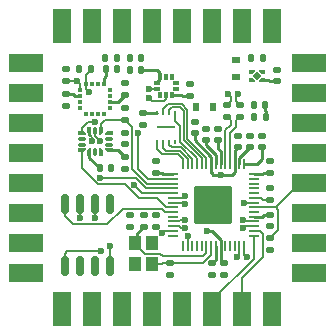
<source format=gtl>
G04 #@! TF.GenerationSoftware,KiCad,Pcbnew,(6.0.5)*
G04 #@! TF.CreationDate,2022-08-03T23:35:42+05:30*
G04 #@! TF.ProjectId,picofusion,7069636f-6675-4736-996f-6e2e6b696361,rev?*
G04 #@! TF.SameCoordinates,Original*
G04 #@! TF.FileFunction,Copper,L1,Top*
G04 #@! TF.FilePolarity,Positive*
%FSLAX46Y46*%
G04 Gerber Fmt 4.6, Leading zero omitted, Abs format (unit mm)*
G04 Created by KiCad (PCBNEW (6.0.5)) date 2022-08-03 23:35:42*
%MOMM*%
%LPD*%
G01*
G04 APERTURE LIST*
G04 Aperture macros list*
%AMRoundRect*
0 Rectangle with rounded corners*
0 $1 Rounding radius*
0 $2 $3 $4 $5 $6 $7 $8 $9 X,Y pos of 4 corners*
0 Add a 4 corners polygon primitive as box body*
4,1,4,$2,$3,$4,$5,$6,$7,$8,$9,$2,$3,0*
0 Add four circle primitives for the rounded corners*
1,1,$1+$1,$2,$3*
1,1,$1+$1,$4,$5*
1,1,$1+$1,$6,$7*
1,1,$1+$1,$8,$9*
0 Add four rect primitives between the rounded corners*
20,1,$1+$1,$2,$3,$4,$5,0*
20,1,$1+$1,$4,$5,$6,$7,0*
20,1,$1+$1,$6,$7,$8,$9,0*
20,1,$1+$1,$8,$9,$2,$3,0*%
%AMRotRect*
0 Rectangle, with rotation*
0 The origin of the aperture is its center*
0 $1 length*
0 $2 width*
0 $3 Rotation angle, in degrees counterclockwise*
0 Add horizontal line*
21,1,$1,$2,0,0,$3*%
%AMFreePoly0*
4,1,48,0.036020,0.199191,0.037970,0.199714,0.040958,0.198321,0.057086,0.195477,0.069630,0.184951,0.084467,0.178033,0.290533,-0.028033,0.293203,-0.031847,0.294953,-0.032857,0.296081,-0.035957,0.305473,-0.049370,0.306900,-0.065680,0.312500,-0.081066,0.312500,-0.125000,0.310782,-0.134742,0.311361,-0.138024,0.309695,-0.140910,0.307977,-0.150652,0.295451,-0.165579,0.285709,-0.182453,
0.279350,-0.184767,0.275000,-0.189952,0.255809,-0.193336,0.237500,-0.200000,-0.237500,-0.200000,-0.247242,-0.198282,-0.250524,-0.198861,-0.253410,-0.197195,-0.263152,-0.195477,-0.278079,-0.182951,-0.294953,-0.173209,-0.297267,-0.166850,-0.302452,-0.162500,-0.305836,-0.143309,-0.312500,-0.125000,-0.312500,0.125000,-0.310782,0.134742,-0.311361,0.138024,-0.309695,0.140910,-0.307977,0.150652,
-0.295451,0.165579,-0.285709,0.182453,-0.279350,0.184767,-0.275000,0.189952,-0.255809,0.193336,-0.237500,0.200000,0.031434,0.200000,0.036020,0.199191,0.036020,0.199191,$1*%
%AMFreePoly1*
4,1,48,0.247242,0.198282,0.250524,0.198861,0.253410,0.197195,0.263152,0.195477,0.278079,0.182951,0.294953,0.173209,0.297267,0.166850,0.302452,0.162500,0.305836,0.143309,0.312500,0.125000,0.312500,0.081066,0.311691,0.076480,0.312214,0.074529,0.310820,0.071540,0.307977,0.055414,0.297452,0.042871,0.290533,0.028033,0.084467,-0.178033,0.080653,-0.180703,0.079643,-0.182453,
0.076543,-0.183581,0.063130,-0.192973,0.046819,-0.194400,0.031434,-0.200000,-0.237500,-0.200000,-0.247242,-0.198282,-0.250524,-0.198861,-0.253410,-0.197195,-0.263152,-0.195477,-0.278079,-0.182951,-0.294953,-0.173209,-0.297267,-0.166850,-0.302452,-0.162500,-0.305836,-0.143309,-0.312500,-0.125000,-0.312500,0.125000,-0.310782,0.134742,-0.311361,0.138024,-0.309695,0.140910,-0.307977,0.150652,
-0.295451,0.165579,-0.285709,0.182453,-0.279350,0.184767,-0.275000,0.189952,-0.255809,0.193336,-0.237500,0.200000,0.237500,0.200000,0.247242,0.198282,0.247242,0.198282,$1*%
%AMFreePoly2*
4,1,48,0.134742,0.310782,0.138024,0.311361,0.140910,0.309695,0.150652,0.307977,0.165579,0.295451,0.182453,0.285709,0.184767,0.279350,0.189952,0.275000,0.193336,0.255809,0.200000,0.237500,0.200000,-0.237500,0.198282,-0.247242,0.198861,-0.250524,0.197195,-0.253410,0.195477,-0.263152,0.182951,-0.278079,0.173209,-0.294953,0.166850,-0.297267,0.162500,-0.302452,0.143309,-0.305836,
0.125000,-0.312500,-0.125000,-0.312500,-0.134742,-0.310782,-0.138024,-0.311361,-0.140910,-0.309695,-0.150652,-0.307977,-0.165579,-0.295451,-0.182453,-0.285709,-0.184767,-0.279350,-0.189952,-0.275000,-0.193336,-0.255809,-0.200000,-0.237500,-0.200000,0.031434,-0.199191,0.036020,-0.199714,0.037970,-0.198321,0.040958,-0.195477,0.057086,-0.184951,0.069630,-0.178033,0.084467,0.028033,0.290533,
0.031847,0.293203,0.032857,0.294953,0.035957,0.296081,0.049370,0.305473,0.065680,0.306900,0.081066,0.312500,0.125000,0.312500,0.134742,0.310782,0.134742,0.310782,$1*%
%AMFreePoly3*
4,1,48,-0.076480,0.311691,-0.074530,0.312214,-0.071542,0.310821,-0.055414,0.307977,-0.042870,0.297451,-0.028033,0.290533,0.178033,0.084467,0.180703,0.080653,0.182453,0.079643,0.183581,0.076543,0.192973,0.063130,0.194400,0.046820,0.200000,0.031434,0.200000,-0.237500,0.198282,-0.247242,0.198861,-0.250524,0.197195,-0.253410,0.195477,-0.263152,0.182951,-0.278079,0.173209,-0.294953,
0.166850,-0.297267,0.162500,-0.302452,0.143309,-0.305836,0.125000,-0.312500,-0.125000,-0.312500,-0.134742,-0.310782,-0.138024,-0.311361,-0.140910,-0.309695,-0.150652,-0.307977,-0.165579,-0.295451,-0.182453,-0.285709,-0.184767,-0.279350,-0.189952,-0.275000,-0.193336,-0.255809,-0.200000,-0.237500,-0.200000,0.237500,-0.198282,0.247242,-0.198861,0.250524,-0.197195,0.253410,-0.195477,0.263152,
-0.182951,0.278079,-0.173209,0.294953,-0.166850,0.297267,-0.162500,0.302452,-0.143309,0.305836,-0.125000,0.312500,-0.081066,0.312500,-0.076480,0.311691,-0.076480,0.311691,$1*%
%AMFreePoly4*
4,1,48,0.247242,0.198282,0.250524,0.198861,0.253410,0.197195,0.263152,0.195477,0.278079,0.182951,0.294953,0.173209,0.297267,0.166850,0.302452,0.162500,0.305836,0.143309,0.312500,0.125000,0.312500,-0.125000,0.310782,-0.134742,0.311361,-0.138024,0.309695,-0.140910,0.307977,-0.150652,0.295451,-0.165579,0.285709,-0.182453,0.279350,-0.184767,0.275000,-0.189952,0.255809,-0.193336,
0.237500,-0.200000,-0.031434,-0.200000,-0.036020,-0.199191,-0.037971,-0.199714,-0.040960,-0.198320,-0.057086,-0.195477,-0.069629,-0.184952,-0.084467,-0.178033,-0.290533,0.028033,-0.293203,0.031847,-0.294953,0.032857,-0.296081,0.035957,-0.305473,0.049370,-0.306900,0.065681,-0.312500,0.081066,-0.312500,0.125000,-0.310782,0.134742,-0.311361,0.138024,-0.309695,0.140910,-0.307977,0.150652,
-0.295451,0.165579,-0.285709,0.182453,-0.279350,0.184767,-0.275000,0.189952,-0.255809,0.193336,-0.237500,0.200000,0.237500,0.200000,0.247242,0.198282,0.247242,0.198282,$1*%
%AMFreePoly5*
4,1,48,0.247242,0.198282,0.250524,0.198861,0.253410,0.197195,0.263152,0.195477,0.278079,0.182951,0.294953,0.173209,0.297267,0.166850,0.302452,0.162500,0.305836,0.143309,0.312500,0.125000,0.312500,-0.125000,0.310782,-0.134742,0.311361,-0.138024,0.309695,-0.140910,0.307977,-0.150652,0.295451,-0.165579,0.285709,-0.182453,0.279350,-0.184767,0.275000,-0.189952,0.255809,-0.193336,
0.237500,-0.200000,-0.237500,-0.200000,-0.247242,-0.198282,-0.250524,-0.198861,-0.253410,-0.197195,-0.263152,-0.195477,-0.278079,-0.182951,-0.294953,-0.173209,-0.297267,-0.166850,-0.302452,-0.162500,-0.305836,-0.143309,-0.312500,-0.125000,-0.312500,-0.081066,-0.311691,-0.076480,-0.312214,-0.074530,-0.310821,-0.071542,-0.307977,-0.055414,-0.297451,-0.042870,-0.290533,-0.028033,-0.084467,0.178033,
-0.080653,0.180703,-0.079643,0.182453,-0.076543,0.183581,-0.063130,0.192973,-0.046820,0.194400,-0.031434,0.200000,0.237500,0.200000,0.247242,0.198282,0.247242,0.198282,$1*%
%AMFreePoly6*
4,1,48,0.134742,0.310782,0.138024,0.311361,0.140910,0.309695,0.150652,0.307977,0.165579,0.295451,0.182453,0.285709,0.184767,0.279350,0.189952,0.275000,0.193336,0.255809,0.200000,0.237500,0.200000,-0.031434,0.199191,-0.036020,0.199714,-0.037971,0.198320,-0.040960,0.195477,-0.057086,0.184952,-0.069629,0.178033,-0.084467,-0.028033,-0.290533,-0.031847,-0.293203,-0.032857,-0.294953,
-0.035957,-0.296081,-0.049370,-0.305473,-0.065681,-0.306900,-0.081066,-0.312500,-0.125000,-0.312500,-0.134742,-0.310782,-0.138024,-0.311361,-0.140910,-0.309695,-0.150652,-0.307977,-0.165579,-0.295451,-0.182453,-0.285709,-0.184767,-0.279350,-0.189952,-0.275000,-0.193336,-0.255809,-0.200000,-0.237500,-0.200000,0.237500,-0.198282,0.247242,-0.198861,0.250524,-0.197195,0.253410,-0.195477,0.263152,
-0.182951,0.278079,-0.173209,0.294953,-0.166850,0.297267,-0.162500,0.302452,-0.143309,0.305836,-0.125000,0.312500,0.125000,0.312500,0.134742,0.310782,0.134742,0.310782,$1*%
%AMFreePoly7*
4,1,48,0.134742,0.310782,0.138024,0.311361,0.140910,0.309695,0.150652,0.307977,0.165579,0.295451,0.182453,0.285709,0.184767,0.279350,0.189952,0.275000,0.193336,0.255809,0.200000,0.237500,0.200000,-0.237500,0.198282,-0.247242,0.198861,-0.250524,0.197195,-0.253410,0.195477,-0.263152,0.182951,-0.278079,0.173209,-0.294953,0.166850,-0.297267,0.162500,-0.302452,0.143309,-0.305836,
0.125000,-0.312500,0.081066,-0.312500,0.076480,-0.311691,0.074529,-0.312214,0.071540,-0.310820,0.055414,-0.307977,0.042871,-0.297452,0.028033,-0.290533,-0.178033,-0.084467,-0.180703,-0.080653,-0.182453,-0.079643,-0.183581,-0.076543,-0.192973,-0.063130,-0.194400,-0.046819,-0.200000,-0.031434,-0.200000,0.237500,-0.198282,0.247242,-0.198861,0.250524,-0.197195,0.253410,-0.195477,0.263152,
-0.182951,0.278079,-0.173209,0.294953,-0.166850,0.297267,-0.162500,0.302452,-0.143309,0.305836,-0.125000,0.312500,0.125000,0.312500,0.134742,0.310782,0.134742,0.310782,$1*%
%AMFreePoly8*
4,1,6,0.230000,0.054289,0.020711,-0.155000,-0.230000,-0.155000,-0.230000,0.155000,0.230000,0.155000,0.230000,0.054289,0.230000,0.054289,$1*%
%AMFreePoly9*
4,1,6,0.230000,-0.054289,0.230000,-0.155000,-0.230000,-0.155000,-0.230000,0.155000,0.020711,0.155000,0.230000,-0.054289,0.230000,-0.054289,$1*%
%AMFreePoly10*
4,1,6,0.230000,-0.155000,-0.230000,-0.155000,-0.230000,-0.054289,-0.020711,0.155000,0.230000,0.155000,0.230000,-0.155000,0.230000,-0.155000,$1*%
%AMFreePoly11*
4,1,6,0.230000,-0.155000,-0.020711,-0.155000,-0.230000,0.054289,-0.230000,0.155000,0.230000,0.155000,0.230000,-0.155000,0.230000,-0.155000,$1*%
G04 Aperture macros list end*
G04 #@! TA.AperFunction,SMDPad,CuDef*
%ADD10RoundRect,0.140000X-0.140000X-0.170000X0.140000X-0.170000X0.140000X0.170000X-0.140000X0.170000X0*%
G04 #@! TD*
G04 #@! TA.AperFunction,SMDPad,CuDef*
%ADD11RoundRect,0.135000X-0.135000X-0.185000X0.135000X-0.185000X0.135000X0.185000X-0.135000X0.185000X0*%
G04 #@! TD*
G04 #@! TA.AperFunction,SMDPad,CuDef*
%ADD12RoundRect,0.140000X0.170000X-0.140000X0.170000X0.140000X-0.170000X0.140000X-0.170000X-0.140000X0*%
G04 #@! TD*
G04 #@! TA.AperFunction,SMDPad,CuDef*
%ADD13RoundRect,0.147500X0.147500X0.172500X-0.147500X0.172500X-0.147500X-0.172500X0.147500X-0.172500X0*%
G04 #@! TD*
G04 #@! TA.AperFunction,SMDPad,CuDef*
%ADD14R,0.600000X0.700000*%
G04 #@! TD*
G04 #@! TA.AperFunction,SMDPad,CuDef*
%ADD15R,1.600000X0.200000*%
G04 #@! TD*
G04 #@! TA.AperFunction,SMDPad,CuDef*
%ADD16R,0.250000X0.300000*%
G04 #@! TD*
G04 #@! TA.AperFunction,ComponentPad*
%ADD17C,1.350000*%
G04 #@! TD*
G04 #@! TA.AperFunction,SMDPad,CuDef*
%ADD18R,1.600000X3.000000*%
G04 #@! TD*
G04 #@! TA.AperFunction,ComponentPad*
%ADD19O,1.350000X1.350000*%
G04 #@! TD*
G04 #@! TA.AperFunction,SMDPad,CuDef*
%ADD20RoundRect,0.140000X-0.170000X0.140000X-0.170000X-0.140000X0.170000X-0.140000X0.170000X0.140000X0*%
G04 #@! TD*
G04 #@! TA.AperFunction,SMDPad,CuDef*
%ADD21R,0.450000X0.300000*%
G04 #@! TD*
G04 #@! TA.AperFunction,SMDPad,CuDef*
%ADD22R,0.300000X0.450000*%
G04 #@! TD*
G04 #@! TA.AperFunction,SMDPad,CuDef*
%ADD23FreePoly0,0.000000*%
G04 #@! TD*
G04 #@! TA.AperFunction,SMDPad,CuDef*
%ADD24RoundRect,0.100000X-0.212500X-0.100000X0.212500X-0.100000X0.212500X0.100000X-0.212500X0.100000X0*%
G04 #@! TD*
G04 #@! TA.AperFunction,SMDPad,CuDef*
%ADD25FreePoly1,0.000000*%
G04 #@! TD*
G04 #@! TA.AperFunction,SMDPad,CuDef*
%ADD26FreePoly2,0.000000*%
G04 #@! TD*
G04 #@! TA.AperFunction,SMDPad,CuDef*
%ADD27RoundRect,0.100000X-0.100000X-0.212500X0.100000X-0.212500X0.100000X0.212500X-0.100000X0.212500X0*%
G04 #@! TD*
G04 #@! TA.AperFunction,SMDPad,CuDef*
%ADD28FreePoly3,0.000000*%
G04 #@! TD*
G04 #@! TA.AperFunction,SMDPad,CuDef*
%ADD29FreePoly4,0.000000*%
G04 #@! TD*
G04 #@! TA.AperFunction,SMDPad,CuDef*
%ADD30FreePoly5,0.000000*%
G04 #@! TD*
G04 #@! TA.AperFunction,SMDPad,CuDef*
%ADD31FreePoly6,0.000000*%
G04 #@! TD*
G04 #@! TA.AperFunction,SMDPad,CuDef*
%ADD32FreePoly7,0.000000*%
G04 #@! TD*
G04 #@! TA.AperFunction,SMDPad,CuDef*
%ADD33R,3.000000X1.600000*%
G04 #@! TD*
G04 #@! TA.AperFunction,SMDPad,CuDef*
%ADD34RoundRect,0.135000X0.185000X-0.135000X0.185000X0.135000X-0.185000X0.135000X-0.185000X-0.135000X0*%
G04 #@! TD*
G04 #@! TA.AperFunction,SMDPad,CuDef*
%ADD35FreePoly8,0.000000*%
G04 #@! TD*
G04 #@! TA.AperFunction,SMDPad,CuDef*
%ADD36FreePoly9,0.000000*%
G04 #@! TD*
G04 #@! TA.AperFunction,SMDPad,CuDef*
%ADD37FreePoly10,0.000000*%
G04 #@! TD*
G04 #@! TA.AperFunction,SMDPad,CuDef*
%ADD38FreePoly11,0.000000*%
G04 #@! TD*
G04 #@! TA.AperFunction,SMDPad,CuDef*
%ADD39RotRect,0.580000X0.580000X45.000000*%
G04 #@! TD*
G04 #@! TA.AperFunction,SMDPad,CuDef*
%ADD40RoundRect,0.014000X-0.181000X-0.161000X0.181000X-0.161000X0.181000X0.161000X-0.181000X0.161000X0*%
G04 #@! TD*
G04 #@! TA.AperFunction,SMDPad,CuDef*
%ADD41RoundRect,0.017500X-0.157500X-0.177500X0.157500X-0.177500X0.157500X0.177500X-0.157500X0.177500X0*%
G04 #@! TD*
G04 #@! TA.AperFunction,SMDPad,CuDef*
%ADD42RoundRect,0.135000X-0.185000X0.135000X-0.185000X-0.135000X0.185000X-0.135000X0.185000X0.135000X0*%
G04 #@! TD*
G04 #@! TA.AperFunction,SMDPad,CuDef*
%ADD43RoundRect,0.135000X0.135000X0.185000X-0.135000X0.185000X-0.135000X-0.185000X0.135000X-0.185000X0*%
G04 #@! TD*
G04 #@! TA.AperFunction,SMDPad,CuDef*
%ADD44R,1.000000X1.150000*%
G04 #@! TD*
G04 #@! TA.AperFunction,SMDPad,CuDef*
%ADD45RoundRect,0.140000X0.140000X0.170000X-0.140000X0.170000X-0.140000X-0.170000X0.140000X-0.170000X0*%
G04 #@! TD*
G04 #@! TA.AperFunction,SMDPad,CuDef*
%ADD46RoundRect,0.150000X0.150000X-0.675000X0.150000X0.675000X-0.150000X0.675000X-0.150000X-0.675000X0*%
G04 #@! TD*
G04 #@! TA.AperFunction,SMDPad,CuDef*
%ADD47RoundRect,0.050000X-0.387500X-0.050000X0.387500X-0.050000X0.387500X0.050000X-0.387500X0.050000X0*%
G04 #@! TD*
G04 #@! TA.AperFunction,SMDPad,CuDef*
%ADD48RoundRect,0.050000X-0.050000X-0.387500X0.050000X-0.387500X0.050000X0.387500X-0.050000X0.387500X0*%
G04 #@! TD*
G04 #@! TA.AperFunction,ComponentPad*
%ADD49C,0.600000*%
G04 #@! TD*
G04 #@! TA.AperFunction,SMDPad,CuDef*
%ADD50RoundRect,0.144000X-1.456000X-1.456000X1.456000X-1.456000X1.456000X1.456000X-1.456000X1.456000X0*%
G04 #@! TD*
G04 #@! TA.AperFunction,SMDPad,CuDef*
%ADD51R,0.700000X0.600000*%
G04 #@! TD*
G04 #@! TA.AperFunction,ViaPad*
%ADD52C,0.600000*%
G04 #@! TD*
G04 #@! TA.AperFunction,Conductor*
%ADD53C,0.250000*%
G04 #@! TD*
G04 #@! TA.AperFunction,Conductor*
%ADD54C,0.150000*%
G04 #@! TD*
G04 #@! TA.AperFunction,Conductor*
%ADD55C,0.200000*%
G04 #@! TD*
G04 APERTURE END LIST*
D10*
G04 #@! TO.P,C11,1*
G04 #@! TO.N,/RUN*
X156820000Y-30700000D03*
G04 #@! TO.P,C11,2*
G04 #@! TO.N,GND*
X157780000Y-30700000D03*
G04 #@! TD*
D11*
G04 #@! TO.P,R9,1*
G04 #@! TO.N,+3V3*
X152545000Y-31687500D03*
G04 #@! TO.P,R9,2*
G04 #@! TO.N,/I2C0_SDA*
X153565000Y-31687500D03*
G04 #@! TD*
D12*
G04 #@! TO.P,C17,1*
G04 #@! TO.N,GND*
X156400000Y-40107500D03*
G04 #@! TO.P,C17,2*
G04 #@! TO.N,+3V3*
X156400000Y-39147500D03*
G04 #@! TD*
G04 #@! TO.P,C1,1*
G04 #@! TO.N,+1V1*
X162300000Y-37100000D03*
G04 #@! TO.P,C1,2*
G04 #@! TO.N,GND*
X162300000Y-36140000D03*
G04 #@! TD*
D13*
G04 #@! TO.P,D2,1,K*
G04 #@! TO.N,Net-(D2-Pad1)*
X168285000Y-34700000D03*
G04 #@! TO.P,D2,2,A*
G04 #@! TO.N,+3V3*
X167315000Y-34700000D03*
G04 #@! TD*
D12*
G04 #@! TO.P,C10,1*
G04 #@! TO.N,+3V3*
X163300000Y-37680000D03*
G04 #@! TO.P,C10,2*
G04 #@! TO.N,GND*
X163300000Y-36720000D03*
G04 #@! TD*
D14*
G04 #@! TO.P,D1,1,K*
G04 #@! TO.N,GND*
X163850000Y-34850000D03*
G04 #@! TO.P,D1,2,A*
G04 #@! TO.N,+5V*
X162450000Y-34850000D03*
G04 #@! TD*
D15*
G04 #@! TO.P,U1,*
G04 #@! TO.N,*
X159900000Y-36600000D03*
D16*
G04 #@! TO.P,U1,1,~{CS}*
G04 #@! TO.N,/QSPI_SS*
X159150000Y-37800000D03*
G04 #@! TO.P,U1,2,DO(IO1)*
G04 #@! TO.N,/QSPI_SD1*
X159650000Y-37800000D03*
G04 #@! TO.P,U1,3,IO2*
G04 #@! TO.N,/QSPI_SD2*
X160150000Y-37800000D03*
G04 #@! TO.P,U1,4,GND*
G04 #@! TO.N,GND*
X160650000Y-37800000D03*
G04 #@! TO.P,U1,5,DI(IO0)*
G04 #@! TO.N,/QSPI_SD0*
X160650000Y-35400000D03*
G04 #@! TO.P,U1,6,CLK*
G04 #@! TO.N,/QSPI_SCLK*
X160150000Y-35400000D03*
G04 #@! TO.P,U1,7,IO3*
G04 #@! TO.N,/QSPI_SD3*
X159650000Y-35400000D03*
G04 #@! TO.P,U1,8,VCC*
G04 #@! TO.N,+3V3*
X159150000Y-35400000D03*
G04 #@! TD*
D17*
G04 #@! TO.P,J4,1,Pin_1*
G04 #@! TO.N,+5V*
X151110000Y-52750000D03*
X151110000Y-51250000D03*
D18*
X151110000Y-52000000D03*
D19*
G04 #@! TO.P,J4,2,Pin_2*
G04 #@! TO.N,/IMU_HEATER*
X153650000Y-52750000D03*
D18*
X153650000Y-52000000D03*
D19*
X153650000Y-51250000D03*
D18*
G04 #@! TO.P,J4,3,Pin_3*
G04 #@! TO.N,/BUZZER*
X156190000Y-51976000D03*
D19*
X156190000Y-51226000D03*
X156190000Y-52726000D03*
G04 #@! TO.P,J4,4,Pin_4*
G04 #@! TO.N,/UART0_TX_TELEM*
X158730000Y-51250000D03*
X158730000Y-52750000D03*
D18*
X158730000Y-52000000D03*
D19*
G04 #@! TO.P,J4,5,Pin_5*
G04 #@! TO.N,/UART0_RX_TELEM*
X161270000Y-51250000D03*
X161270000Y-52750000D03*
D18*
X161270000Y-52000000D03*
D19*
G04 #@! TO.P,J4,6,Pin_6*
G04 #@! TO.N,/UART0_CTS_TELEM*
X163810000Y-51250000D03*
X163810000Y-52750000D03*
D18*
X163810000Y-52000000D03*
G04 #@! TO.P,J4,7,Pin_7*
G04 #@! TO.N,/UART0_RTS_TELEM*
X166350000Y-52000000D03*
D19*
X166350000Y-52750000D03*
X166350000Y-51250000D03*
G04 #@! TO.P,J4,8,Pin_8*
G04 #@! TO.N,GND*
X168890000Y-52750000D03*
D18*
X168890000Y-52000000D03*
D19*
X168890000Y-51250000D03*
G04 #@! TD*
D20*
G04 #@! TO.P,C4,1*
G04 #@! TO.N,+3V3*
X157900000Y-35400000D03*
G04 #@! TO.P,C4,2*
G04 #@! TO.N,GND*
X157900000Y-36360000D03*
G04 #@! TD*
D12*
G04 #@! TO.P,C5,1*
G04 #@! TO.N,/XIN*
X157985600Y-44996800D03*
G04 #@! TO.P,C5,2*
G04 #@! TO.N,GND*
X157985600Y-44036800D03*
G04 #@! TD*
G04 #@! TO.P,C27,1*
G04 #@! TO.N,+5V*
X156817200Y-44996800D03*
G04 #@! TO.P,C27,2*
G04 #@! TO.N,GND*
X156817200Y-44036800D03*
G04 #@! TD*
G04 #@! TO.P,C25,1*
G04 #@! TO.N,+3V3*
X168000000Y-38300000D03*
G04 #@! TO.P,C25,2*
G04 #@! TO.N,GND*
X168000000Y-37340000D03*
G04 #@! TD*
D21*
G04 #@! TO.P,U5,1,SCL*
G04 #@! TO.N,/I2C0_SCL*
X152600000Y-33437500D03*
G04 #@! TO.P,U5,2,VDD*
G04 #@! TO.N,+3V3*
X152600000Y-33937500D03*
G04 #@! TO.P,U5,3*
G04 #@! TO.N,N/C*
X152600000Y-34437500D03*
G04 #@! TO.P,U5,4,~{CS}*
G04 #@! TO.N,+3V3*
X152600000Y-34937500D03*
D22*
G04 #@! TO.P,U5,5,SDO*
G04 #@! TO.N,unconnected-(U5-Pad5)*
X153125000Y-35462500D03*
G04 #@! TO.P,U5,6*
G04 #@! TO.N,N/C*
X153625000Y-35462500D03*
G04 #@! TO.P,U5,7*
X154125000Y-35462500D03*
G04 #@! TO.P,U5,8*
X154625000Y-35462500D03*
D21*
G04 #@! TO.P,U5,9,GND*
G04 #@! TO.N,GND*
X155150000Y-34937500D03*
G04 #@! TO.P,U5,10,CAP*
G04 #@! TO.N,Net-(C20-Pad1)*
X155150000Y-34437500D03*
G04 #@! TO.P,U5,11,GND*
G04 #@! TO.N,GND*
X155150000Y-33937500D03*
G04 #@! TO.P,U5,12*
G04 #@! TO.N,N/C*
X155150000Y-33437500D03*
D22*
G04 #@! TO.P,U5,13,VDDIO*
G04 #@! TO.N,+3V3*
X154625000Y-32912500D03*
G04 #@! TO.P,U5,14*
G04 #@! TO.N,N/C*
X154125000Y-32912500D03*
G04 #@! TO.P,U5,15,INT*
G04 #@! TO.N,unconnected-(U5-Pad15)*
X153625000Y-32912500D03*
G04 #@! TO.P,U5,16,SDA*
G04 #@! TO.N,/I2C0_SDA*
X153125000Y-32912500D03*
G04 #@! TD*
D23*
G04 #@! TO.P,U4,1,AD0/SDO*
G04 #@! TO.N,/SPI0_POCI*
X152737500Y-37050000D03*
D24*
G04 #@! TO.P,U4,2,RESV*
G04 #@! TO.N,unconnected-(U4-Pad2)*
X152737500Y-37550000D03*
G04 #@! TO.P,U4,3,RESV*
G04 #@! TO.N,unconnected-(U4-Pad3)*
X152737500Y-38050000D03*
D25*
G04 #@! TO.P,U4,4,INT*
G04 #@! TO.N,/DRDY_ICM42605*
X152737500Y-38550000D03*
D26*
G04 #@! TO.P,U4,5,VDDIO*
G04 #@! TO.N,+3V3*
X153400000Y-38712500D03*
D27*
G04 #@! TO.P,U4,6,GND*
G04 #@! TO.N,GND*
X153900000Y-38712500D03*
D28*
G04 #@! TO.P,U4,7,RESV*
G04 #@! TO.N,unconnected-(U4-Pad7)*
X154400000Y-38712500D03*
D29*
G04 #@! TO.P,U4,8,VDD*
G04 #@! TO.N,+3V3*
X155062500Y-38550000D03*
D24*
G04 #@! TO.P,U4,9,FSYNC*
G04 #@! TO.N,GND*
X155062500Y-38050000D03*
G04 #@! TO.P,U4,10,RESV*
G04 #@! TO.N,unconnected-(U4-Pad10)*
X155062500Y-37550000D03*
D30*
G04 #@! TO.P,U4,11,RESV*
G04 #@! TO.N,unconnected-(U4-Pad11)*
X155062500Y-37050000D03*
D31*
G04 #@! TO.P,U4,12,nCS*
G04 #@! TO.N,/SPI0_nCS*
X154400000Y-36887500D03*
D27*
G04 #@! TO.P,U4,13,SCL/SCLK*
G04 #@! TO.N,/SPI0_SCK*
X153900000Y-36887500D03*
D32*
G04 #@! TO.P,U4,14,SDA/SDI*
G04 #@! TO.N,/SPI0_PICO*
X153400000Y-36887500D03*
G04 #@! TD*
D17*
G04 #@! TO.P,J2,1,Pin_1*
G04 #@! TO.N,/SPI1_POCI_SD*
X171250000Y-31110000D03*
X172750000Y-31110000D03*
D33*
X172000000Y-31110000D03*
G04 #@! TO.P,J2,2,Pin_2*
G04 #@! TO.N,/SPI1_nCS_SD*
X172000000Y-33650000D03*
D19*
X172750000Y-33650000D03*
X171250000Y-33650000D03*
G04 #@! TO.P,J2,3,Pin_3*
G04 #@! TO.N,/SPI1_SCK_SD*
X172774000Y-36190000D03*
D33*
X172024000Y-36190000D03*
D19*
X171274000Y-36190000D03*
G04 #@! TO.P,J2,4,Pin_4*
G04 #@! TO.N,/SPI1_PICO_SD*
X172750000Y-38730000D03*
X171250000Y-38730000D03*
D33*
X172000000Y-38730000D03*
D19*
G04 #@! TO.P,J2,5,Pin_5*
G04 #@! TO.N,/SD_nCD*
X172750000Y-41270000D03*
X171250000Y-41270000D03*
D33*
X172000000Y-41270000D03*
D19*
G04 #@! TO.P,J2,6,Pin_6*
G04 #@! TO.N,/UART1_RX_GNSS*
X172750000Y-43810000D03*
D33*
X172000000Y-43810000D03*
D19*
X171250000Y-43810000D03*
D33*
G04 #@! TO.P,J2,7,Pin_7*
G04 #@! TO.N,/UART1_TX_GNSS*
X172000000Y-46350000D03*
D19*
X172750000Y-46350000D03*
X171250000Y-46350000D03*
D33*
G04 #@! TO.P,J2,8,Pin_8*
G04 #@! TO.N,GND*
X172000000Y-48890000D03*
D19*
X172750000Y-48890000D03*
X171250000Y-48890000D03*
G04 #@! TD*
D20*
G04 #@! TO.P,C9,1*
G04 #@! TO.N,+3V3*
X163800000Y-48120000D03*
G04 #@! TO.P,C9,2*
G04 #@! TO.N,GND*
X163800000Y-49080000D03*
G04 #@! TD*
G04 #@! TO.P,C18,1*
G04 #@! TO.N,GND*
X156400000Y-37067500D03*
G04 #@! TO.P,C18,2*
G04 #@! TO.N,+3V3*
X156400000Y-38027500D03*
G04 #@! TD*
D34*
G04 #@! TO.P,R2,1*
G04 #@! TO.N,/USB_MCU_DP*
X165057500Y-35700000D03*
G04 #@! TO.P,R2,2*
G04 #@! TO.N,/USB_DP*
X165057500Y-34680000D03*
G04 #@! TD*
D12*
G04 #@! TO.P,C26,1*
G04 #@! TO.N,+3V3*
X164300000Y-37680000D03*
G04 #@! TO.P,C26,2*
G04 #@! TO.N,GND*
X164300000Y-36720000D03*
G04 #@! TD*
D20*
G04 #@! TO.P,C8,1*
G04 #@! TO.N,/XOUT*
X160200000Y-48120000D03*
G04 #@! TO.P,C8,2*
G04 #@! TO.N,GND*
X160200000Y-49080000D03*
G04 #@! TD*
D35*
G04 #@! TO.P,U3,1,IN*
G04 #@! TO.N,+5V*
X167140000Y-31900000D03*
D36*
G04 #@! TO.P,U3,2,GND*
G04 #@! TO.N,GND*
X167140000Y-32550000D03*
D37*
G04 #@! TO.P,U3,3,EN*
G04 #@! TO.N,+5V*
X168000000Y-32550000D03*
D38*
G04 #@! TO.P,U3,4,NC*
G04 #@! TO.N,unconnected-(U3-Pad4)*
X168000000Y-31900000D03*
D39*
G04 #@! TO.P,U3,5,OUT*
G04 #@! TO.N,+3V3*
X167570000Y-32225000D03*
G04 #@! TD*
D12*
G04 #@! TO.P,C20,1*
G04 #@! TO.N,Net-(C20-Pad1)*
X156400000Y-33827500D03*
G04 #@! TO.P,C20,2*
G04 #@! TO.N,GND*
X156400000Y-32867500D03*
G04 #@! TD*
D20*
G04 #@! TO.P,C6,1*
G04 #@! TO.N,+3V3*
X159000000Y-44036800D03*
G04 #@! TO.P,C6,2*
G04 #@! TO.N,GND*
X159000000Y-44996800D03*
G04 #@! TD*
D40*
G04 #@! TO.P,U6,1,CSB*
G04 #@! TO.N,+3V3*
X159130000Y-32850000D03*
G04 #@! TO.P,U6,2,SCL/SCLK*
G04 #@! TO.N,/I2C0_SCL*
X159130000Y-33350000D03*
D41*
G04 #@! TO.P,U6,3,VSS*
G04 #@! TO.N,GND*
X159410000Y-33880000D03*
G04 #@! TO.P,U6,4,SDA/SDI*
G04 #@! TO.N,/I2C0_SDA*
X159910000Y-33880000D03*
G04 #@! TO.P,U6,5,VDD*
G04 #@! TO.N,+3V3*
X160410000Y-33880000D03*
D40*
G04 #@! TO.P,U6,6,AD0/SDO*
G04 #@! TO.N,GND*
X160690000Y-33350000D03*
G04 #@! TO.P,U6,7,INT*
G04 #@! TO.N,unconnected-(U6-Pad7)*
X160690000Y-32850000D03*
D41*
G04 #@! TO.P,U6,8,RESV*
G04 #@! TO.N,GND*
X160410000Y-32320000D03*
G04 #@! TO.P,U6,9,RESV*
X159910000Y-32320000D03*
G04 #@! TO.P,U6,10,VDDIO*
G04 #@! TO.N,+3V3*
X159410000Y-32320000D03*
G04 #@! TD*
D12*
G04 #@! TO.P,C14,1*
G04 #@! TO.N,+5V*
X169270000Y-32705000D03*
G04 #@! TO.P,C14,2*
G04 #@! TO.N,GND*
X169270000Y-31745000D03*
G04 #@! TD*
D42*
G04 #@! TO.P,R8,1*
G04 #@! TO.N,+3V3*
X151400000Y-31637500D03*
G04 #@! TO.P,R8,2*
G04 #@! TO.N,/I2C0_SCL*
X151400000Y-32657500D03*
G04 #@! TD*
D34*
G04 #@! TO.P,R7,1*
G04 #@! TO.N,/SPI0_nCS*
X156400000Y-35957500D03*
G04 #@! TO.P,R7,2*
G04 #@! TO.N,GND*
X156400000Y-34937500D03*
G04 #@! TD*
D10*
G04 #@! TO.P,C16,1*
G04 #@! TO.N,+3V3*
X167090000Y-30725000D03*
G04 #@! TO.P,C16,2*
G04 #@! TO.N,GND*
X168050000Y-30725000D03*
G04 #@! TD*
D17*
G04 #@! TO.P,J3,1,Pin_1*
G04 #@! TO.N,unconnected-(J3-Pad1)*
X147250000Y-31110000D03*
D33*
X148000000Y-31110000D03*
D17*
X148750000Y-31110000D03*
D33*
G04 #@! TO.P,J3,2,Pin_2*
G04 #@! TO.N,unconnected-(J3-Pad2)*
X148000000Y-33650000D03*
D19*
X147250000Y-33650000D03*
X148750000Y-33650000D03*
G04 #@! TO.P,J3,3,Pin_3*
G04 #@! TO.N,unconnected-(J3-Pad3)*
X148774000Y-36190000D03*
X147274000Y-36190000D03*
D33*
X148024000Y-36190000D03*
G04 #@! TO.P,J3,4,Pin_4*
G04 #@! TO.N,GND*
X148000000Y-38730000D03*
D19*
X147250000Y-38730000D03*
X148750000Y-38730000D03*
D33*
G04 #@! TO.P,J3,5,Pin_5*
G04 #@! TO.N,+3V3*
X148000000Y-41270000D03*
D19*
X148750000Y-41270000D03*
X147250000Y-41270000D03*
G04 #@! TO.P,J3,6,Pin_6*
G04 #@! TO.N,/CAN_P*
X148750000Y-43810000D03*
D33*
X148000000Y-43810000D03*
D19*
X147250000Y-43810000D03*
G04 #@! TO.P,J3,7,Pin_7*
G04 #@! TO.N,/CAN_N*
X147250000Y-46350000D03*
X148750000Y-46350000D03*
D33*
X148000000Y-46350000D03*
D19*
G04 #@! TO.P,J3,8,Pin_8*
G04 #@! TO.N,GND*
X147250000Y-48890000D03*
X148750000Y-48890000D03*
D33*
X148000000Y-48890000D03*
G04 #@! TD*
D10*
G04 #@! TO.P,C21,1*
G04 #@! TO.N,+3V3*
X154757500Y-31687500D03*
G04 #@! TO.P,C21,2*
G04 #@! TO.N,GND*
X155717500Y-31687500D03*
G04 #@! TD*
D20*
G04 #@! TO.P,C15,1*
G04 #@! TO.N,+3V3*
X168680000Y-44020000D03*
G04 #@! TO.P,C15,2*
G04 #@! TO.N,GND*
X168680000Y-44980000D03*
G04 #@! TD*
D42*
G04 #@! TO.P,R5,1*
G04 #@! TO.N,/SD_nCD*
X168680000Y-45990000D03*
G04 #@! TO.P,R5,2*
G04 #@! TO.N,+3V3*
X168680000Y-47010000D03*
G04 #@! TD*
D12*
G04 #@! TO.P,C7,1*
G04 #@! TO.N,+3V3*
X159000000Y-40432500D03*
G04 #@! TO.P,C7,2*
G04 #@! TO.N,GND*
X159000000Y-39472500D03*
G04 #@! TD*
G04 #@! TO.P,C12,1*
G04 #@! TO.N,GND*
X151400000Y-34767500D03*
G04 #@! TO.P,C12,2*
G04 #@! TO.N,+3V3*
X151400000Y-33807500D03*
G04 #@! TD*
D17*
G04 #@! TO.P,J1,1,Pin_1*
G04 #@! TO.N,/SWCLK*
X151110000Y-27250000D03*
X151110000Y-28750000D03*
D18*
X151110000Y-28000000D03*
D19*
G04 #@! TO.P,J1,2,Pin_2*
G04 #@! TO.N,/SWDIO*
X153650000Y-28750000D03*
D18*
X153650000Y-28000000D03*
D19*
X153650000Y-27250000D03*
G04 #@! TO.P,J1,3,Pin_3*
G04 #@! TO.N,/RUN*
X156190000Y-27226000D03*
D18*
X156190000Y-27976000D03*
D19*
X156190000Y-28726000D03*
D18*
G04 #@! TO.P,J1,4,Pin_4*
G04 #@! TO.N,GND*
X158730000Y-28000000D03*
D19*
X158730000Y-27250000D03*
X158730000Y-28750000D03*
D18*
G04 #@! TO.P,J1,5,Pin_5*
G04 #@! TO.N,/USB_DP*
X161270000Y-28000000D03*
D19*
X161270000Y-27250000D03*
X161270000Y-28750000D03*
G04 #@! TO.P,J1,6,Pin_6*
G04 #@! TO.N,/USB_DN*
X163810000Y-28750000D03*
D18*
X163810000Y-28000000D03*
D19*
X163810000Y-27250000D03*
G04 #@! TO.P,J1,7,Pin_7*
G04 #@! TO.N,+5V*
X166350000Y-28750000D03*
D18*
X166350000Y-28000000D03*
D19*
X166350000Y-27250000D03*
G04 #@! TO.P,J1,8,Pin_8*
G04 #@! TO.N,GND*
X168890000Y-27250000D03*
D18*
X168890000Y-28000000D03*
D19*
X168890000Y-28750000D03*
G04 #@! TD*
D12*
G04 #@! TO.P,C13,1*
G04 #@! TO.N,+3V3*
X167000000Y-38300000D03*
G04 #@! TO.P,C13,2*
G04 #@! TO.N,GND*
X167000000Y-37340000D03*
G04 #@! TD*
D34*
G04 #@! TO.P,R4,1*
G04 #@! TO.N,/SPI1_nCS_SD*
X168690000Y-42710000D03*
G04 #@! TO.P,R4,2*
G04 #@! TO.N,GND*
X168690000Y-41690000D03*
G04 #@! TD*
D43*
G04 #@! TO.P,R6,1*
G04 #@! TO.N,Net-(D2-Pad1)*
X168310000Y-35700000D03*
G04 #@! TO.P,R6,2*
G04 #@! TO.N,GND*
X167290000Y-35700000D03*
G04 #@! TD*
D10*
G04 #@! TO.P,C19,1*
G04 #@! TO.N,+3V3*
X154260000Y-40077500D03*
G04 #@! TO.P,C19,2*
G04 #@! TO.N,GND*
X155220000Y-40077500D03*
G04 #@! TD*
D12*
G04 #@! TO.P,C24,1*
G04 #@! TO.N,+3V3*
X168680000Y-40432500D03*
G04 #@! TO.P,C24,2*
G04 #@! TO.N,GND*
X168680000Y-39472500D03*
G04 #@! TD*
D20*
G04 #@! TO.P,C22,1*
G04 #@! TO.N,GND*
X161900000Y-32960000D03*
G04 #@! TO.P,C22,2*
G04 #@! TO.N,+3V3*
X161900000Y-33920000D03*
G04 #@! TD*
D44*
G04 #@! TO.P,Y1,1,1*
G04 #@! TO.N,/XIN*
X157260000Y-46425000D03*
G04 #@! TO.P,Y1,2,2*
G04 #@! TO.N,GND*
X157260000Y-48175000D03*
G04 #@! TO.P,Y1,3,3*
G04 #@! TO.N,/XOUT*
X158660000Y-48175000D03*
G04 #@! TO.P,Y1,4,4*
G04 #@! TO.N,GND*
X158660000Y-46425000D03*
G04 #@! TD*
D45*
G04 #@! TO.P,C23,1*
G04 #@! TO.N,+3V3*
X157780000Y-31700000D03*
G04 #@! TO.P,C23,2*
G04 #@! TO.N,GND*
X156820000Y-31700000D03*
G04 #@! TD*
D20*
G04 #@! TO.P,C2,1*
G04 #@! TO.N,+1V1*
X164800000Y-48120000D03*
G04 #@! TO.P,C2,2*
G04 #@! TO.N,GND*
X164800000Y-49080000D03*
G04 #@! TD*
D46*
G04 #@! TO.P,U7,1,TX*
G04 #@! TO.N,/PIO0_CAN_TX*
X151295000Y-48325000D03*
G04 #@! TO.P,U7,2,GND*
G04 #@! TO.N,GND*
X152565000Y-48325000D03*
G04 #@! TO.P,U7,3,VDD*
G04 #@! TO.N,+5V*
X153835000Y-48325000D03*
G04 #@! TO.P,U7,4,RX*
G04 #@! TO.N,/PIO0_CAN_RX*
X155105000Y-48325000D03*
G04 #@! TO.P,U7,5,NC*
G04 #@! TO.N,unconnected-(U7-Pad5)*
X155105000Y-43075000D03*
G04 #@! TO.P,U7,6,CANL*
G04 #@! TO.N,/CAN_N*
X153835000Y-43075000D03*
G04 #@! TO.P,U7,7,CANH*
G04 #@! TO.N,/CAN_P*
X152565000Y-43075000D03*
G04 #@! TO.P,U7,8,STBY*
G04 #@! TO.N,/CAN_STBY*
X151295000Y-43075000D03*
G04 #@! TD*
D11*
G04 #@! TO.P,R1,1*
G04 #@! TO.N,+3V3*
X154727500Y-30700000D03*
G04 #@! TO.P,R1,2*
G04 #@! TO.N,/RUN*
X155747500Y-30700000D03*
G04 #@! TD*
D12*
G04 #@! TO.P,C3,1*
G04 #@! TO.N,+1V1*
X166000000Y-38300000D03*
G04 #@! TO.P,C3,2*
G04 #@! TO.N,GND*
X166000000Y-37340000D03*
G04 #@! TD*
D47*
G04 #@! TO.P,U2,1,IOVDD*
G04 #@! TO.N,+3V3*
X160462500Y-40562500D03*
G04 #@! TO.P,U2,2,GPIO0*
G04 #@! TO.N,/SPI0_POCI*
X160462500Y-40962500D03*
G04 #@! TO.P,U2,3,GPIO1*
G04 #@! TO.N,/SPI0_nCS*
X160462500Y-41362500D03*
G04 #@! TO.P,U2,4,GPIO2*
G04 #@! TO.N,/SPI0_SCK*
X160462500Y-41762500D03*
G04 #@! TO.P,U2,5,GPIO3*
G04 #@! TO.N,/SPI0_PICO*
X160462500Y-42162500D03*
G04 #@! TO.P,U2,6,GPIO4*
G04 #@! TO.N,/I2C0_SDA*
X160462500Y-42562500D03*
G04 #@! TO.P,U2,7,GPIO5*
G04 #@! TO.N,/I2C0_SCL*
X160462500Y-42962500D03*
G04 #@! TO.P,U2,8,GPIO6*
G04 #@! TO.N,/DRDY_ICM42605*
X160462500Y-43362500D03*
G04 #@! TO.P,U2,9,GPIO7*
G04 #@! TO.N,/CAN_STBY*
X160462500Y-43762500D03*
G04 #@! TO.P,U2,10,IOVDD*
G04 #@! TO.N,+3V3*
X160462500Y-44162500D03*
G04 #@! TO.P,U2,11,GPIO8*
G04 #@! TO.N,/PIO0_CAN_RX*
X160462500Y-44562500D03*
G04 #@! TO.P,U2,12,GPIO9*
G04 #@! TO.N,/PIO0_CAN_TX*
X160462500Y-44962500D03*
G04 #@! TO.P,U2,13,GPIO10*
G04 #@! TO.N,/IMU_HEATER*
X160462500Y-45362500D03*
G04 #@! TO.P,U2,14,GPIO11*
G04 #@! TO.N,unconnected-(U2-Pad14)*
X160462500Y-45762500D03*
D48*
G04 #@! TO.P,U2,15,GPIO12*
G04 #@! TO.N,unconnected-(U2-Pad15)*
X161300000Y-46600000D03*
G04 #@! TO.P,U2,16,GPIO13*
G04 #@! TO.N,/BUZZER*
X161700000Y-46600000D03*
G04 #@! TO.P,U2,17,GPIO14*
G04 #@! TO.N,/NEOPIXEL*
X162100000Y-46600000D03*
G04 #@! TO.P,U2,18,GPIO15*
G04 #@! TO.N,unconnected-(U2-Pad18)*
X162500000Y-46600000D03*
G04 #@! TO.P,U2,19,TESTEN*
G04 #@! TO.N,GND*
X162900000Y-46600000D03*
G04 #@! TO.P,U2,20,XIN*
G04 #@! TO.N,/XIN*
X163300000Y-46600000D03*
G04 #@! TO.P,U2,21,XOUT*
G04 #@! TO.N,/XOUT*
X163700000Y-46600000D03*
G04 #@! TO.P,U2,22,IOVDD*
G04 #@! TO.N,+3V3*
X164100000Y-46600000D03*
G04 #@! TO.P,U2,23,DVDD*
G04 #@! TO.N,+1V1*
X164500000Y-46600000D03*
G04 #@! TO.P,U2,24,SWCLK*
G04 #@! TO.N,/SWCLK*
X164900000Y-46600000D03*
G04 #@! TO.P,U2,25,SWD*
G04 #@! TO.N,/SWDIO*
X165300000Y-46600000D03*
G04 #@! TO.P,U2,26,RUN*
G04 #@! TO.N,/RUN*
X165700000Y-46600000D03*
G04 #@! TO.P,U2,27,GPIO16*
G04 #@! TO.N,/UART0_TX_TELEM*
X166100000Y-46600000D03*
G04 #@! TO.P,U2,28,GPIO17*
G04 #@! TO.N,/UART0_RX_TELEM*
X166500000Y-46600000D03*
D47*
G04 #@! TO.P,U2,29,GPIO18*
G04 #@! TO.N,/UART0_CTS_TELEM*
X167337500Y-45762500D03*
G04 #@! TO.P,U2,30,GPIO19*
G04 #@! TO.N,/UART0_RTS_TELEM*
X167337500Y-45362500D03*
G04 #@! TO.P,U2,31,GPIO20*
G04 #@! TO.N,/UART1_TX_GNSS*
X167337500Y-44962500D03*
G04 #@! TO.P,U2,32,GPIO21*
G04 #@! TO.N,/UART1_RX_GNSS*
X167337500Y-44562500D03*
G04 #@! TO.P,U2,33,IOVDD*
G04 #@! TO.N,+3V3*
X167337500Y-44162500D03*
G04 #@! TO.P,U2,34,GPIO22*
G04 #@! TO.N,unconnected-(U2-Pad34)*
X167337500Y-43762500D03*
G04 #@! TO.P,U2,35,GPIO23*
G04 #@! TO.N,/SD_nCD*
X167337500Y-43362500D03*
G04 #@! TO.P,U2,36,GPIO24*
G04 #@! TO.N,/SPI1_POCI_SD*
X167337500Y-42962500D03*
G04 #@! TO.P,U2,37,GPIO25*
G04 #@! TO.N,/SPI1_nCS_SD*
X167337500Y-42562500D03*
G04 #@! TO.P,U2,38,GPIO26_ADC0*
G04 #@! TO.N,/SPI1_SCK_SD*
X167337500Y-42162500D03*
G04 #@! TO.P,U2,39,GPIO27_ADC1*
G04 #@! TO.N,/SPI1_PICO_SD*
X167337500Y-41762500D03*
G04 #@! TO.P,U2,40,GPIO28_ADC2*
G04 #@! TO.N,unconnected-(U2-Pad40)*
X167337500Y-41362500D03*
G04 #@! TO.P,U2,41,GPIO29_ADC3*
G04 #@! TO.N,unconnected-(U2-Pad41)*
X167337500Y-40962500D03*
G04 #@! TO.P,U2,42,IOVDD*
G04 #@! TO.N,+3V3*
X167337500Y-40562500D03*
D48*
G04 #@! TO.P,U2,43,ADC_AVDD*
X166500000Y-39725000D03*
G04 #@! TO.P,U2,44,VREG_IN*
X166100000Y-39725000D03*
G04 #@! TO.P,U2,45,VREG_VOUT*
G04 #@! TO.N,+1V1*
X165700000Y-39725000D03*
G04 #@! TO.P,U2,46,USB_DM*
G04 #@! TO.N,/USB_MCU_DN*
X165300000Y-39725000D03*
G04 #@! TO.P,U2,47,USB_DP*
G04 #@! TO.N,/USB_MCU_DP*
X164900000Y-39725000D03*
G04 #@! TO.P,U2,48,USB_VDD*
G04 #@! TO.N,+3V3*
X164500000Y-39725000D03*
G04 #@! TO.P,U2,49,IOVDD*
X164100000Y-39725000D03*
G04 #@! TO.P,U2,50,DVDD*
G04 #@! TO.N,+1V1*
X163700000Y-39725000D03*
G04 #@! TO.P,U2,51,QSPI_SD3*
G04 #@! TO.N,/QSPI_SD3*
X163300000Y-39725000D03*
G04 #@! TO.P,U2,52,QSPI_SCLK*
G04 #@! TO.N,/QSPI_SCLK*
X162900000Y-39725000D03*
G04 #@! TO.P,U2,53,QSPI_SD0*
G04 #@! TO.N,/QSPI_SD0*
X162500000Y-39725000D03*
G04 #@! TO.P,U2,54,QSPI_SD2*
G04 #@! TO.N,/QSPI_SD2*
X162100000Y-39725000D03*
G04 #@! TO.P,U2,55,QSPI_SD1*
G04 #@! TO.N,/QSPI_SD1*
X161700000Y-39725000D03*
G04 #@! TO.P,U2,56,QSPI_SS*
G04 #@! TO.N,/QSPI_SS*
X161300000Y-39725000D03*
D49*
G04 #@! TO.P,U2,57,GND*
G04 #@! TO.N,GND*
X162625000Y-44437500D03*
X165175000Y-44437500D03*
X162625000Y-41887500D03*
D50*
X163900000Y-43162500D03*
D49*
X162625000Y-43162500D03*
X163900000Y-43162500D03*
X165175000Y-41887500D03*
X163900000Y-41887500D03*
X163900000Y-44437500D03*
X165175000Y-43162500D03*
G04 #@! TD*
D34*
G04 #@! TO.P,R3,1*
G04 #@! TO.N,/USB_MCU_DN*
X166120000Y-35700000D03*
G04 #@! TO.P,R3,2*
G04 #@! TO.N,/USB_DN*
X166120000Y-34680000D03*
G04 #@! TD*
D51*
G04 #@! TO.P,D3,1,K*
G04 #@! TO.N,GND*
X165800000Y-30900000D03*
G04 #@! TO.P,D3,2,A*
G04 #@! TO.N,+5V*
X165800000Y-32300000D03*
G04 #@! TD*
D52*
G04 #@! TO.N,+1V1*
X164500000Y-40589000D03*
X163370400Y-45380400D03*
G04 #@! TO.N,/SPI0_POCI*
X157500000Y-37066500D03*
X153898705Y-36107122D03*
G04 #@! TO.N,/UART0_TX_TELEM*
X165900000Y-47600000D03*
G04 #@! TO.N,/UART0_RX_TELEM*
X166700000Y-47600000D03*
G04 #@! TO.N,/UART1_TX_GNSS*
X166400000Y-45126503D03*
G04 #@! TO.N,/UART1_RX_GNSS*
X166400000Y-44400000D03*
G04 #@! TO.N,/USB_DP*
X165163750Y-33801333D03*
G04 #@! TO.N,/USB_DN*
X166013750Y-33801333D03*
G04 #@! TO.N,/IMU_HEATER*
X159550954Y-45556081D03*
G04 #@! TO.N,/SPI0_SCK*
X154300000Y-37750000D03*
X154300000Y-40900000D03*
G04 #@! TO.N,/I2C0_SDA*
X153400000Y-33600000D03*
X161500000Y-42400000D03*
X158400000Y-34076503D03*
G04 #@! TO.N,/I2C0_SCL*
X152350000Y-32650000D03*
X158400000Y-33350000D03*
X161500000Y-43126503D03*
G04 #@! TO.N,/BUZZER*
X161700000Y-45825699D03*
G04 #@! TO.N,/PIO0_CAN_TX*
X161500000Y-45129509D03*
X154398000Y-47102000D03*
G04 #@! TO.N,/PIO0_CAN_RX*
X155100000Y-46600000D03*
X161500000Y-44403006D03*
G04 #@! TO.N,/SPI0_PICO*
X153573513Y-37754758D03*
X157145385Y-41454615D03*
G04 #@! TO.N,/CAN_N*
X153835000Y-44300000D03*
G04 #@! TO.N,/CAN_P*
X152565000Y-44300000D03*
G04 #@! TO.N,/SPI1_POCI_SD*
X166500000Y-42962500D03*
G04 #@! TD*
D53*
G04 #@! TO.N,+1V1*
X163889000Y-40589000D02*
X163700000Y-40400000D01*
X165461000Y-40589000D02*
X164500000Y-40589000D01*
X163850000Y-40550000D02*
X163700000Y-40400000D01*
X163700000Y-39725000D02*
X163700000Y-39106872D01*
X163744992Y-45380400D02*
X163370400Y-45380400D01*
X162300000Y-37706872D02*
X162300000Y-37080000D01*
X164500000Y-46135408D02*
X163744992Y-45380400D01*
X163700000Y-39106872D02*
X162300000Y-37706872D01*
X165700000Y-39725000D02*
X165700000Y-40350000D01*
X164500000Y-46600000D02*
X164500000Y-46135408D01*
X163700000Y-40400000D02*
X163700000Y-39725000D01*
X164500000Y-47820000D02*
X164800000Y-48120000D01*
X164500000Y-46600000D02*
X164500000Y-47820000D01*
X165700000Y-38600000D02*
X166000000Y-38300000D01*
X165700000Y-40350000D02*
X165461000Y-40589000D01*
X164500000Y-40589000D02*
X163889000Y-40589000D01*
X165700000Y-39725000D02*
X165700000Y-38600000D01*
G04 #@! TO.N,+3V3*
X152007500Y-33807500D02*
X151400000Y-33807500D01*
X152600000Y-33937500D02*
X152137500Y-33937500D01*
X164100000Y-39725000D02*
X164100000Y-38900000D01*
X168180000Y-44020000D02*
X168680000Y-44020000D01*
X168167500Y-40432500D02*
X168680000Y-40432500D01*
X166100000Y-39200000D02*
X167000000Y-38300000D01*
X153400000Y-38712500D02*
X153400000Y-39217500D01*
X163300000Y-38100000D02*
X163300000Y-37680000D01*
X167337500Y-44162500D02*
X168037500Y-44162500D01*
X164100000Y-38900000D02*
X163300000Y-38100000D01*
X159150000Y-35400000D02*
X157900000Y-35400000D01*
X159532500Y-40432500D02*
X159000000Y-40432500D01*
X155062500Y-38550000D02*
X155802500Y-38550000D01*
X157780000Y-31700000D02*
X159100000Y-31700000D01*
X168000000Y-39300000D02*
X168000000Y-38300000D01*
X153400000Y-39217500D02*
X154260000Y-40077500D01*
X160462500Y-40562500D02*
X159662500Y-40562500D01*
X159100000Y-31700000D02*
X159410000Y-32010000D01*
X164300000Y-38400000D02*
X164300000Y-37680000D01*
X159662500Y-40562500D02*
X159532500Y-40432500D01*
X152137500Y-33937500D02*
X152007500Y-33807500D01*
X154757500Y-32242500D02*
X154757500Y-31687500D01*
X161200000Y-33880000D02*
X161240000Y-33920000D01*
X167575000Y-39725000D02*
X168000000Y-39300000D01*
X164500000Y-38600000D02*
X164300000Y-38400000D01*
X160410000Y-33880000D02*
X161200000Y-33880000D01*
X159410000Y-32477500D02*
X159130000Y-32757500D01*
X167337500Y-40562500D02*
X168037500Y-40562500D01*
X166500000Y-39725000D02*
X167575000Y-39725000D01*
X164100000Y-46600000D02*
X164100000Y-47820000D01*
X168037500Y-44162500D02*
X168180000Y-44020000D01*
X154625000Y-32912500D02*
X154625000Y-32375000D01*
X164500000Y-39725000D02*
X164500000Y-38600000D01*
X159410000Y-32010000D02*
X159410000Y-32320000D01*
X161240000Y-33920000D02*
X161900000Y-33920000D01*
X168037500Y-40562500D02*
X168167500Y-40432500D01*
X154625000Y-32375000D02*
X154757500Y-32242500D01*
X155802500Y-38550000D02*
X156400000Y-39147500D01*
X159410000Y-32227500D02*
X159410000Y-32477500D01*
X164100000Y-47820000D02*
X163800000Y-48120000D01*
X166100000Y-39725000D02*
X166100000Y-39200000D01*
D54*
G04 #@! TO.N,/XIN*
X163300000Y-47200000D02*
X163000000Y-47500000D01*
X163300000Y-46600000D02*
X163300000Y-47200000D01*
D53*
X157450000Y-45532400D02*
X157985600Y-44996800D01*
D54*
X158135000Y-47300000D02*
X157260000Y-46425000D01*
X163000000Y-47500000D02*
X159600000Y-47500000D01*
D53*
X157450000Y-46425000D02*
X157450000Y-45532400D01*
D54*
X159400000Y-47300000D02*
X158135000Y-47300000D01*
X159600000Y-47500000D02*
X159400000Y-47300000D01*
G04 #@! TO.N,/XOUT*
X159525000Y-48175000D02*
X159580000Y-48120000D01*
X162980000Y-48120000D02*
X163250000Y-47850000D01*
X163700000Y-47400000D02*
X163700000Y-46600000D01*
X158660000Y-48175000D02*
X159525000Y-48175000D01*
X160200000Y-48120000D02*
X162980000Y-48120000D01*
X160200000Y-48120000D02*
X159580000Y-48120000D01*
X163250000Y-47850000D02*
X163700000Y-47400000D01*
D53*
G04 #@! TO.N,+5V*
X169270000Y-32705000D02*
X168650000Y-32705000D01*
X168650000Y-32705000D02*
X168495000Y-32550000D01*
X168495000Y-32550000D02*
X168011506Y-32550000D01*
X168011506Y-32550000D02*
X168005753Y-32555753D01*
D54*
G04 #@! TO.N,/SPI0_nCS*
X158262500Y-41362500D02*
X156998000Y-40098000D01*
X156400000Y-35957500D02*
X154742500Y-35957500D01*
X154400000Y-36300000D02*
X154400000Y-36887500D01*
X156998000Y-36555500D02*
X156400000Y-35957500D01*
X160462500Y-41362500D02*
X158262500Y-41362500D01*
X156998000Y-40098000D02*
X156998000Y-36555500D01*
X154742500Y-35957500D02*
X154400000Y-36300000D01*
D53*
G04 #@! TO.N,Net-(D2-Pad1)*
X168310000Y-35210000D02*
X168310000Y-35700000D01*
X168285000Y-34700000D02*
X168285000Y-35185000D01*
X168285000Y-35185000D02*
X168310000Y-35210000D01*
D54*
G04 #@! TO.N,/SPI0_POCI*
X153292878Y-36107122D02*
X153898705Y-36107122D01*
X158362500Y-40962500D02*
X160462500Y-40962500D01*
X157500000Y-40100000D02*
X158362500Y-40962500D01*
X152737500Y-36662500D02*
X153292878Y-36107122D01*
X152737500Y-37050000D02*
X152737500Y-36662500D01*
X157500000Y-37066500D02*
X157500000Y-40100000D01*
G04 #@! TO.N,/SPI1_nCS_SD*
X167962500Y-42562500D02*
X168110000Y-42710000D01*
X168110000Y-42710000D02*
X168690000Y-42710000D01*
X167337500Y-42562500D02*
X167962500Y-42562500D01*
G04 #@! TO.N,/SD_nCD*
X169400000Y-43605000D02*
X169157500Y-43362500D01*
X169400000Y-45300000D02*
X169400000Y-43605000D01*
X168710000Y-45990000D02*
X169400000Y-45300000D01*
X168680000Y-45990000D02*
X168710000Y-45990000D01*
X169157500Y-43362500D02*
X171250000Y-41270000D01*
X167337500Y-43362500D02*
X169157500Y-43362500D01*
G04 #@! TO.N,/UART0_TX_TELEM*
X166100000Y-47400000D02*
X165900000Y-47600000D01*
X166100000Y-46600000D02*
X166100000Y-47400000D01*
G04 #@! TO.N,/UART0_RX_TELEM*
X166500000Y-47400000D02*
X166700000Y-47600000D01*
X166500000Y-46600000D02*
X166500000Y-47400000D01*
G04 #@! TO.N,/UART0_CTS_TELEM*
X167337500Y-45762500D02*
X167337500Y-47722500D01*
X167337500Y-47722500D02*
X163810000Y-51250000D01*
G04 #@! TO.N,/UART0_RTS_TELEM*
X167862500Y-45362500D02*
X168100000Y-45600000D01*
X168100000Y-45600000D02*
X168100000Y-47600000D01*
X166350000Y-49350000D02*
X166350000Y-51250000D01*
X168100000Y-47600000D02*
X166350000Y-49350000D01*
X167337500Y-45362500D02*
X167862500Y-45362500D01*
G04 #@! TO.N,/UART1_TX_GNSS*
X166564003Y-44962500D02*
X166400000Y-45126503D01*
X167337500Y-44962500D02*
X166564003Y-44962500D01*
G04 #@! TO.N,/UART1_RX_GNSS*
X166562500Y-44562500D02*
X166400000Y-44400000D01*
X167337500Y-44562500D02*
X166562500Y-44562500D01*
D55*
G04 #@! TO.N,/USB_MCU_DP*
X164900000Y-39725000D02*
X164874999Y-39699999D01*
X165363749Y-36368051D02*
X165363749Y-36006249D01*
X164874999Y-36856801D02*
X165363749Y-36368051D01*
X165363749Y-36006249D02*
X165057500Y-35700000D01*
X164874999Y-39699999D02*
X164874999Y-36856801D01*
D54*
G04 #@! TO.N,/USB_DP*
X165057500Y-34680000D02*
X165388750Y-34348750D01*
X165388750Y-34026333D02*
X165163750Y-33801333D01*
X165388750Y-34348750D02*
X165388750Y-34026333D01*
D55*
G04 #@! TO.N,/USB_MCU_DN*
X165813751Y-36006249D02*
X166120000Y-35700000D01*
X165325001Y-37043199D02*
X165813751Y-36554449D01*
X165300000Y-39725000D02*
X165325001Y-39699999D01*
X165813751Y-36554449D02*
X165813751Y-36006249D01*
X165325001Y-39699999D02*
X165325001Y-37043199D01*
D54*
G04 #@! TO.N,/USB_DN*
X165788750Y-34026333D02*
X166013750Y-33801333D01*
X165788750Y-34348750D02*
X165788750Y-34026333D01*
X166120000Y-34680000D02*
X165788750Y-34348750D01*
G04 #@! TO.N,/IMU_HEATER*
X160462500Y-45362500D02*
X159744535Y-45362500D01*
X159744535Y-45362500D02*
X159550954Y-45556081D01*
G04 #@! TO.N,/QSPI_SCLK*
X161100000Y-34900000D02*
X160400000Y-34900000D01*
X160400000Y-34900000D02*
X160150000Y-35150000D01*
X161400000Y-37700000D02*
X161400000Y-35200000D01*
X162900000Y-39200000D02*
X161400000Y-37700000D01*
X162900000Y-39725000D02*
X162900000Y-39200000D01*
X161400000Y-35200000D02*
X161100000Y-34900000D01*
X160150000Y-35150000D02*
X160150000Y-35400000D01*
G04 #@! TO.N,/QSPI_SS*
X161300000Y-39725000D02*
X161300000Y-39300000D01*
X160854119Y-38854119D02*
X159554119Y-38854119D01*
X159150000Y-38450000D02*
X159150000Y-37800000D01*
X159554119Y-38854119D02*
X159150000Y-38450000D01*
X161300000Y-39300000D02*
X160854119Y-38854119D01*
G04 #@! TO.N,/QSPI_SD1*
X161022881Y-38577119D02*
X159877119Y-38577119D01*
X159650000Y-38350000D02*
X159650000Y-37800000D01*
X161700000Y-39254238D02*
X161022881Y-38577119D01*
X159877119Y-38577119D02*
X159650000Y-38350000D01*
X161700000Y-39725000D02*
X161700000Y-39254238D01*
G04 #@! TO.N,/QSPI_SD2*
X160150000Y-38100000D02*
X160150000Y-37800000D01*
X161137500Y-38300000D02*
X160350000Y-38300000D01*
X160350000Y-38300000D02*
X160150000Y-38100000D01*
X162100000Y-39262500D02*
X161137500Y-38300000D01*
X162100000Y-39725000D02*
X162100000Y-39262500D01*
G04 #@! TO.N,/QSPI_SD0*
X162500000Y-39200000D02*
X161100000Y-37800000D01*
X161100000Y-37800000D02*
X161100000Y-36500000D01*
X161100000Y-36500000D02*
X160650000Y-36050000D01*
X162500000Y-39725000D02*
X162500000Y-39200000D01*
X160650000Y-36050000D02*
X160650000Y-35400000D01*
G04 #@! TO.N,/QSPI_SD3*
X161214737Y-34623000D02*
X160077000Y-34623000D01*
X159650000Y-35050000D02*
X159650000Y-35400000D01*
X160077000Y-34623000D02*
X159650000Y-35050000D01*
X161677000Y-35085262D02*
X161214737Y-34623000D01*
X163300000Y-39200000D02*
X161677000Y-37577000D01*
X161677000Y-37577000D02*
X161677000Y-35085262D01*
X163300000Y-39725000D02*
X163300000Y-39200000D01*
G04 #@! TO.N,/DRDY_ICM42605*
X156382834Y-41402000D02*
X154092064Y-41402000D01*
X159100000Y-42600000D02*
X157580834Y-42600000D01*
X157580834Y-42600000D02*
X156382834Y-41402000D01*
X154092064Y-41402000D02*
X152737500Y-40047436D01*
X159862500Y-43362500D02*
X159100000Y-42600000D01*
X160462500Y-43362500D02*
X159862500Y-43362500D01*
X152737500Y-40047436D02*
X152737500Y-38550000D01*
G04 #@! TO.N,/SPI0_SCK*
X154300000Y-40900000D02*
X157300000Y-40900000D01*
X153900000Y-37350000D02*
X153900000Y-36887500D01*
X158162500Y-41762500D02*
X160462500Y-41762500D01*
X154300000Y-37750000D02*
X153900000Y-37350000D01*
X157300000Y-40900000D02*
X158162500Y-41762500D01*
G04 #@! TO.N,/I2C0_SDA*
X153125000Y-32912500D02*
X153125000Y-33325000D01*
X159910000Y-34190000D02*
X159910000Y-33880000D01*
X161424429Y-42400000D02*
X161400000Y-42375571D01*
X153125000Y-32127500D02*
X153565000Y-31687500D01*
X161500000Y-42400000D02*
X161424429Y-42400000D01*
X161337500Y-42562500D02*
X160462500Y-42562500D01*
X158400000Y-34076503D02*
X158723497Y-34400000D01*
X159700000Y-34400000D02*
X159910000Y-34190000D01*
X153125000Y-32912500D02*
X153125000Y-32127500D01*
X158723497Y-34400000D02*
X159700000Y-34400000D01*
X161500000Y-42400000D02*
X161337500Y-42562500D01*
X153125000Y-33325000D02*
X153400000Y-33600000D01*
G04 #@! TO.N,/I2C0_SCL*
X152600000Y-33437500D02*
X152600000Y-32900000D01*
X161500000Y-43126503D02*
X161335997Y-42962500D01*
X151400000Y-32657500D02*
X152342500Y-32657500D01*
X152600000Y-32900000D02*
X152350000Y-32650000D01*
X152342500Y-32657500D02*
X152350000Y-32650000D01*
X161335997Y-42962500D02*
X160462500Y-42962500D01*
X159130000Y-33350000D02*
X158400000Y-33350000D01*
G04 #@! TO.N,/BUZZER*
X161700000Y-46600000D02*
X161700000Y-45833365D01*
X161700000Y-45833365D02*
X161707666Y-45825699D01*
G04 #@! TO.N,/PIO0_CAN_TX*
X160462500Y-44962500D02*
X160962500Y-44962500D01*
X161479509Y-45150000D02*
X161500000Y-45129509D01*
X154398000Y-47102000D02*
X151498000Y-47102000D01*
X160962500Y-44962500D02*
X161150000Y-45150000D01*
X151498000Y-47102000D02*
X151295000Y-47305000D01*
X161150000Y-45150000D02*
X161479509Y-45150000D01*
X151295000Y-47305000D02*
X151295000Y-48325000D01*
G04 #@! TO.N,/PIO0_CAN_RX*
X160462500Y-44562500D02*
X160937500Y-44562500D01*
X155100000Y-46600000D02*
X155105000Y-46605000D01*
X155105000Y-46605000D02*
X155105000Y-48325000D01*
X160937500Y-44562500D02*
X161100000Y-44400000D01*
X161496994Y-44400000D02*
X161500000Y-44403006D01*
X161100000Y-44400000D02*
X161496994Y-44400000D01*
G04 #@! TO.N,/CAN_STBY*
X160462500Y-43762500D02*
X159812500Y-43762500D01*
X154898000Y-44802000D02*
X151992000Y-44802000D01*
X151295000Y-44105000D02*
X151295000Y-43075000D01*
X159550000Y-43500000D02*
X156200000Y-43500000D01*
X151495000Y-44305000D02*
X151295000Y-44105000D01*
X151534000Y-42611000D02*
X151545000Y-42600000D01*
X159812500Y-43762500D02*
X159550000Y-43500000D01*
X156200000Y-43500000D02*
X154898000Y-44802000D01*
X151992000Y-44802000D02*
X151495000Y-44305000D01*
D53*
G04 #@! TO.N,Net-(C20-Pad1)*
X155790000Y-34437500D02*
X156400000Y-33827500D01*
X155150000Y-34437500D02*
X155790000Y-34437500D01*
D54*
G04 #@! TO.N,/SPI0_PICO*
X157145385Y-41454615D02*
X157494270Y-41803500D01*
X157503500Y-41803500D02*
X157862500Y-42162500D01*
X153573513Y-37754758D02*
X153573513Y-37423513D01*
X157494270Y-41803500D02*
X157503500Y-41803500D01*
X157862500Y-42162500D02*
X160462500Y-42162500D01*
X153573513Y-37423513D02*
X153400000Y-37250000D01*
X153400000Y-37250000D02*
X153400000Y-36887500D01*
G04 #@! TO.N,/CAN_N*
X153835000Y-44285000D02*
X153850000Y-44300000D01*
X153835000Y-43075000D02*
X153835000Y-44285000D01*
G04 #@! TO.N,/CAN_P*
X152547500Y-44265000D02*
X152582500Y-44300000D01*
X152565000Y-44215000D02*
X152565000Y-43075000D01*
X152565000Y-43075000D02*
X152565000Y-44265000D01*
X152600000Y-44250000D02*
X152565000Y-44215000D01*
G04 #@! TO.N,/SPI1_POCI_SD*
X167337500Y-42962500D02*
X166562500Y-42962500D01*
X166562500Y-42962500D02*
X166500000Y-42900000D01*
G04 #@! TD*
M02*

</source>
